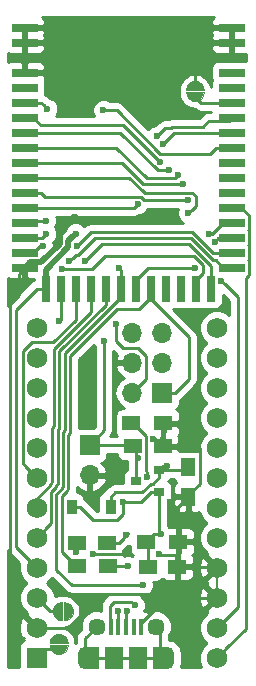
<source format=gbr>
G04 #@! TF.FileFunction,Copper,L1,Top,Signal*
%FSLAX46Y46*%
G04 Gerber Fmt 4.6, Leading zero omitted, Abs format (unit mm)*
G04 Created by KiCad (PCBNEW 4.0.7) date 06/14/18 18:00:22*
%MOMM*%
%LPD*%
G01*
G04 APERTURE LIST*
%ADD10C,0.100000*%
%ADD11C,0.010000*%
%ADD12R,1.752600X1.752600*%
%ADD13C,1.752600*%
%ADD14C,0.400000*%
%ADD15R,0.720000X2.200000*%
%ADD16R,2.200000X0.720000*%
%ADD17R,1.500000X1.900000*%
%ADD18C,1.450000*%
%ADD19R,0.400000X1.350000*%
%ADD20O,1.200000X1.900000*%
%ADD21R,1.200000X1.900000*%
%ADD22R,0.900000X0.800000*%
%ADD23R,1.250000X1.500000*%
%ADD24R,1.500000X1.250000*%
%ADD25R,1.700000X1.700000*%
%ADD26O,1.700000X1.700000*%
%ADD27R,1.500000X1.300000*%
%ADD28R,0.900000X1.200000*%
%ADD29C,0.600000*%
%ADD30C,0.250000*%
%ADD31C,0.500000*%
%ADD32C,0.200000*%
%ADD33C,0.254000*%
G04 APERTURE END LIST*
D10*
D11*
G36*
X114251040Y-104288260D02*
X114296240Y-104544760D01*
X114426540Y-104770360D01*
X114626040Y-104937760D01*
X114870840Y-105026860D01*
X115131240Y-105026860D01*
X115376040Y-104937760D01*
X115575540Y-104770360D01*
X115705840Y-104544760D01*
X115751040Y-104288260D01*
X114251040Y-104288260D01*
X114251040Y-104288260D01*
G37*
X114251040Y-104288260D02*
X114296240Y-104544760D01*
X114426540Y-104770360D01*
X114626040Y-104937760D01*
X114870840Y-105026860D01*
X115131240Y-105026860D01*
X115376040Y-104937760D01*
X115575540Y-104770360D01*
X115705840Y-104544760D01*
X115751040Y-104288260D01*
X114251040Y-104288260D01*
G36*
X115751040Y-104088260D02*
X115705840Y-103831760D01*
X115575540Y-103606160D01*
X115376040Y-103438760D01*
X115131240Y-103349660D01*
X114870840Y-103349660D01*
X114626040Y-103438760D01*
X114426540Y-103606160D01*
X114296240Y-103831760D01*
X114251040Y-104088260D01*
X115751040Y-104088260D01*
X115751040Y-104088260D01*
G37*
X115751040Y-104088260D02*
X115705840Y-103831760D01*
X115575540Y-103606160D01*
X115376040Y-103438760D01*
X115131240Y-103349660D01*
X114870840Y-103349660D01*
X114626040Y-103438760D01*
X114426540Y-103606160D01*
X114296240Y-103831760D01*
X114251040Y-104088260D01*
X115751040Y-104088260D01*
G36*
X103700000Y-147460000D02*
X103443500Y-147505200D01*
X103217900Y-147635500D01*
X103050500Y-147835000D01*
X102961400Y-148079800D01*
X102961400Y-148340200D01*
X103050500Y-148585000D01*
X103217900Y-148784500D01*
X103443500Y-148914800D01*
X103700000Y-148960000D01*
X103700000Y-147460000D01*
X103700000Y-147460000D01*
G37*
X103700000Y-147460000D02*
X103443500Y-147505200D01*
X103217900Y-147635500D01*
X103050500Y-147835000D01*
X102961400Y-148079800D01*
X102961400Y-148340200D01*
X103050500Y-148585000D01*
X103217900Y-148784500D01*
X103443500Y-148914800D01*
X103700000Y-148960000D01*
X103700000Y-147460000D01*
G36*
X103900000Y-148960000D02*
X104156500Y-148914800D01*
X104382100Y-148784500D01*
X104549500Y-148585000D01*
X104638600Y-148340200D01*
X104638600Y-148079800D01*
X104549500Y-147835000D01*
X104382100Y-147635500D01*
X104156500Y-147505200D01*
X103900000Y-147460000D01*
X103900000Y-148960000D01*
X103900000Y-148960000D01*
G37*
X103900000Y-148960000D02*
X104156500Y-148914800D01*
X104382100Y-148784500D01*
X104549500Y-148585000D01*
X104638600Y-148340200D01*
X104638600Y-148079800D01*
X104549500Y-147835000D01*
X104382100Y-147635500D01*
X104156500Y-147505200D01*
X103900000Y-147460000D01*
X103900000Y-148960000D01*
G36*
X104220000Y-150880000D02*
X104174800Y-150623500D01*
X104044500Y-150397900D01*
X103845000Y-150230500D01*
X103600200Y-150141400D01*
X103339800Y-150141400D01*
X103095000Y-150230500D01*
X102895500Y-150397900D01*
X102765200Y-150623500D01*
X102720000Y-150880000D01*
X104220000Y-150880000D01*
X104220000Y-150880000D01*
G37*
X104220000Y-150880000D02*
X104174800Y-150623500D01*
X104044500Y-150397900D01*
X103845000Y-150230500D01*
X103600200Y-150141400D01*
X103339800Y-150141400D01*
X103095000Y-150230500D01*
X102895500Y-150397900D01*
X102765200Y-150623500D01*
X102720000Y-150880000D01*
X104220000Y-150880000D01*
G36*
X102720000Y-151080000D02*
X102765200Y-151336500D01*
X102895500Y-151562100D01*
X103095000Y-151729500D01*
X103339800Y-151818600D01*
X103600200Y-151818600D01*
X103845000Y-151729500D01*
X104044500Y-151562100D01*
X104174800Y-151336500D01*
X104220000Y-151080000D01*
X102720000Y-151080000D01*
X102720000Y-151080000D01*
G37*
X102720000Y-151080000D02*
X102765200Y-151336500D01*
X102895500Y-151562100D01*
X103095000Y-151729500D01*
X103339800Y-151818600D01*
X103600200Y-151818600D01*
X103845000Y-151729500D01*
X104044500Y-151562100D01*
X104174800Y-151336500D01*
X104220000Y-151080000D01*
X102720000Y-151080000D01*
D12*
X101600000Y-152146000D03*
D13*
X101600000Y-149606000D03*
X101600000Y-147066000D03*
X101600000Y-144526000D03*
X101600000Y-141986000D03*
X101600000Y-139446000D03*
X101600000Y-136906000D03*
X101600000Y-134366000D03*
X101600000Y-131826000D03*
X101600000Y-129286000D03*
X101600000Y-126746000D03*
X101600000Y-124206000D03*
X116840000Y-124206000D03*
X116840000Y-126746000D03*
X116840000Y-129286000D03*
X116840000Y-131826000D03*
X116840000Y-134366000D03*
X116840000Y-136906000D03*
X116840000Y-139446000D03*
X116840000Y-141986000D03*
X116840000Y-144526000D03*
X116840000Y-147066000D03*
X116840000Y-149606000D03*
X116840000Y-152146000D03*
D14*
X115001040Y-103738260D03*
X115001040Y-104638260D03*
X115001040Y-104638260D03*
X115001040Y-103738260D03*
D15*
X116332000Y-120904000D03*
X115062000Y-120904000D03*
X113792000Y-120904000D03*
X112522000Y-120904000D03*
X111252000Y-120904000D03*
X109982000Y-120904000D03*
X108712000Y-120904000D03*
X107442000Y-120904000D03*
X106172000Y-120904000D03*
X104902000Y-120904000D03*
X103632000Y-120904000D03*
X102362000Y-120904000D03*
D16*
X118110000Y-119126000D03*
X118110000Y-117856000D03*
X118110000Y-116586000D03*
X118110000Y-115316000D03*
X118110000Y-114046000D03*
X118110000Y-112776000D03*
X118110000Y-111506000D03*
X118110000Y-110236000D03*
X118110000Y-108966000D03*
X118110000Y-107696000D03*
X118110000Y-106426000D03*
X118110000Y-105156000D03*
X118110000Y-103886000D03*
X118110000Y-102616000D03*
X118110000Y-100076000D03*
X118110000Y-98806000D03*
X100584000Y-98806000D03*
X100584000Y-100076000D03*
X100584000Y-102616000D03*
X100584000Y-103886000D03*
X100584000Y-105156000D03*
X100584000Y-106426000D03*
X100584000Y-107696000D03*
X100584000Y-108966000D03*
X100584000Y-110236000D03*
X100584000Y-111506000D03*
X100584000Y-112776000D03*
X100584000Y-114046000D03*
X100584000Y-115316000D03*
X100584000Y-116586000D03*
X100584000Y-117856000D03*
X100584000Y-119126000D03*
D17*
X110169200Y-152208980D03*
D18*
X106669200Y-149508980D03*
D19*
X108519200Y-149508980D03*
X107869200Y-149508980D03*
X110469200Y-149508980D03*
X109819200Y-149508980D03*
X109169200Y-149508980D03*
D18*
X111669200Y-149508980D03*
D17*
X108169200Y-152208980D03*
D20*
X105669200Y-152208980D03*
X112669200Y-152208980D03*
D21*
X112069200Y-152208980D03*
X106269200Y-152208980D03*
D22*
X111973360Y-138132820D03*
X111973360Y-136232820D03*
X109973360Y-137182820D03*
D23*
X114434620Y-136011280D03*
X114434620Y-138511280D03*
D24*
X109752760Y-134246620D03*
X112252760Y-134246620D03*
D25*
X106072940Y-134167880D03*
D26*
X106072940Y-136707880D03*
D27*
X110890060Y-142333980D03*
X113590060Y-142333980D03*
X109617520Y-132308600D03*
X112317520Y-132308600D03*
D24*
X111004980Y-144432020D03*
X113504980Y-144432020D03*
D27*
X104970600Y-144409160D03*
X107670600Y-144409160D03*
D24*
X105028360Y-142402560D03*
X107528360Y-142402560D03*
D25*
X112229900Y-129715260D03*
D26*
X109689900Y-129715260D03*
X112229900Y-127175260D03*
X109689900Y-127175260D03*
X112229900Y-124635260D03*
X109689900Y-124635260D03*
D14*
X104250000Y-148210000D03*
X103350000Y-148210000D03*
X103350000Y-148210000D03*
X104250000Y-148210000D03*
D28*
X107850000Y-139360000D03*
X104550000Y-139360000D03*
D14*
X103470000Y-151430000D03*
X103470000Y-150530000D03*
X103470000Y-150530000D03*
X103470000Y-151430000D03*
D29*
X106350000Y-143390000D03*
X109450000Y-143330000D03*
X111972968Y-143357040D03*
X105400000Y-129710000D03*
X104815640Y-114808000D03*
X105775760Y-105806484D03*
X101036120Y-120291860D03*
X112882680Y-138930380D03*
X111452771Y-133596380D03*
X103124000Y-100076000D03*
X102362000Y-100076000D03*
X109474000Y-100076000D03*
X116078000Y-100076000D03*
X116078000Y-98806000D03*
X109474000Y-98806000D03*
X103124000Y-98806000D03*
X102362000Y-98806000D03*
X102351840Y-115133120D03*
X102144164Y-117310340D03*
X104889300Y-116235480D03*
X111757460Y-108003340D03*
X107246420Y-105791000D03*
X112274185Y-108658339D03*
X102402640Y-116265960D03*
X105671708Y-118579336D03*
X103740379Y-119196281D03*
X108567220Y-119136330D03*
X108313220Y-123855480D03*
X110568164Y-146007023D03*
X103525320Y-123639580D03*
X104365728Y-118588588D03*
X105008691Y-117248951D03*
X116682210Y-116926346D03*
X116220410Y-116273078D03*
X112024560Y-110153001D03*
X112760760Y-110881160D03*
X113570969Y-111272954D03*
X113988612Y-112063856D03*
X114438623Y-114513360D03*
X114438623Y-113392642D03*
X117224186Y-120241060D03*
X115008660Y-119156480D03*
X102486460Y-105666540D03*
X108460000Y-148230000D03*
X108892184Y-138955728D03*
X109902325Y-147717229D03*
X112118140Y-141678660D03*
X109271888Y-148209742D03*
X112615980Y-135895080D03*
X107294680Y-125310900D03*
X110202751Y-135203616D03*
X110923364Y-136883375D03*
X104940000Y-143230000D03*
X109190049Y-141777720D03*
X109304969Y-144416780D03*
X110149810Y-113746280D03*
D30*
X101600000Y-149606000D02*
X104259380Y-149606000D01*
X104259380Y-149606000D02*
X107101640Y-146763740D01*
X107101640Y-146763740D02*
X112273080Y-146763740D01*
X112273080Y-146763740D02*
X112575340Y-147066000D01*
X109450000Y-143330000D02*
X109025736Y-143330000D01*
X109025736Y-143330000D02*
X108965736Y-143390000D01*
X108965736Y-143390000D02*
X106350000Y-143390000D01*
X113404040Y-143420000D02*
X112035928Y-143420000D01*
X112035928Y-143420000D02*
X111972968Y-143357040D01*
X113590060Y-142333980D02*
X113590060Y-143233980D01*
X113590060Y-143233980D02*
X113404040Y-143420000D01*
D31*
X103545640Y-116055140D02*
X104792780Y-114808000D01*
X104792780Y-114808000D02*
X104815640Y-114808000D01*
X103545640Y-117119400D02*
X103545640Y-116055140D01*
X101999039Y-118666001D02*
X103545640Y-117119400D01*
X101043999Y-118666001D02*
X101999039Y-118666001D01*
X100584000Y-119126000D02*
X101043999Y-118666001D01*
D30*
X109474000Y-100076000D02*
X108061760Y-100076000D01*
X108061760Y-100076000D02*
X105923080Y-102214680D01*
X105923080Y-102214680D02*
X105923080Y-105659164D01*
X105923080Y-105659164D02*
X105775760Y-105806484D01*
X100584000Y-119126000D02*
X100584000Y-119839740D01*
X100584000Y-119839740D02*
X101036120Y-120291860D01*
X113590060Y-139355840D02*
X113308140Y-139355840D01*
X113308140Y-139355840D02*
X112882680Y-138930380D01*
X111452771Y-133596380D02*
X111602520Y-133596380D01*
X111602520Y-133596380D02*
X112252760Y-134246620D01*
X112317520Y-132308600D02*
X112317520Y-134181860D01*
X112317520Y-134181860D02*
X112252760Y-134246620D01*
X112317520Y-132308600D02*
X113317520Y-132308600D01*
X113317520Y-132308600D02*
X115384621Y-134375701D01*
X114434620Y-138386280D02*
X114434620Y-138511280D01*
X115384621Y-134375701D02*
X115384621Y-137436279D01*
X115384621Y-137436279D02*
X114434620Y-138386280D01*
X113590060Y-142333980D02*
X113590060Y-139355840D01*
X113590060Y-139355840D02*
X114434620Y-138511280D01*
X113504980Y-144432020D02*
X116746020Y-144432020D01*
X116746020Y-144432020D02*
X116840000Y-144526000D01*
X113590060Y-142333980D02*
X113590060Y-144346940D01*
X113590060Y-144346940D02*
X113504980Y-144432020D01*
X110469200Y-149508980D02*
X110469200Y-149172140D01*
X110469200Y-149172140D02*
X112575340Y-147066000D01*
X115600725Y-147066000D02*
X116840000Y-147066000D01*
X112575340Y-147066000D02*
X115600725Y-147066000D01*
X115001040Y-103738260D02*
X115001040Y-101152960D01*
X115001040Y-101152960D02*
X116078000Y-100076000D01*
X116467500Y-144153500D02*
X116840000Y-144526000D01*
X100584000Y-100076000D02*
X102362000Y-100076000D01*
X109474000Y-100076000D02*
X103124000Y-100076000D01*
X118110000Y-100076000D02*
X116078000Y-100076000D01*
X116078000Y-98806000D02*
X118110000Y-98806000D01*
X103124000Y-98806000D02*
X109474000Y-98806000D01*
X100584000Y-98806000D02*
X102362000Y-98806000D01*
X100584000Y-119126000D02*
X100076000Y-119634000D01*
X100076000Y-119634000D02*
X100076000Y-121412000D01*
X99314000Y-147320000D02*
X101600000Y-149606000D01*
X100076000Y-121412000D02*
X99314000Y-122174000D01*
X99314000Y-122174000D02*
X99314000Y-147320000D01*
X100584000Y-100076000D02*
X100584000Y-102616000D01*
X100584000Y-98806000D02*
X100584000Y-100076000D01*
X118110000Y-100076000D02*
X118110000Y-98806000D01*
X117370000Y-100076000D02*
X118110000Y-100076000D01*
D32*
X116395500Y-144081500D02*
X116840000Y-144526000D01*
X116840000Y-147066000D02*
X116840000Y-145826725D01*
X116840000Y-145826725D02*
X116840000Y-144526000D01*
D30*
X102351840Y-115133120D02*
X100766880Y-115133120D01*
X100766880Y-115133120D02*
X100584000Y-115316000D01*
X100584000Y-115316000D02*
X101324000Y-115316000D01*
X100584000Y-117856000D02*
X101324000Y-117856000D01*
X101934000Y-117246000D02*
X102079824Y-117246000D01*
X101324000Y-117856000D02*
X101934000Y-117246000D01*
X102079824Y-117246000D02*
X102144164Y-117310340D01*
D31*
X104245651Y-116879129D02*
X104589301Y-116535479D01*
X104245651Y-117409354D02*
X104245651Y-116879129D01*
X102362000Y-120904000D02*
X102362000Y-119293005D01*
X104589301Y-116535479D02*
X104889300Y-116235480D01*
X102362000Y-119293005D02*
X104245651Y-117409354D01*
D30*
X101600000Y-144526000D02*
X99822000Y-142748000D01*
X99822000Y-142748000D02*
X99822000Y-122682000D01*
X99822000Y-122682000D02*
X101600000Y-120904000D01*
X101600000Y-120904000D02*
X101854000Y-120904000D01*
X101854000Y-120904000D02*
X102362000Y-120904000D01*
X102362000Y-120904000D02*
X102362000Y-120164000D01*
X118110000Y-106426000D02*
X117858540Y-106677460D01*
X117858540Y-106677460D02*
X116197380Y-106677460D01*
X116197380Y-106677460D02*
X115798600Y-107076240D01*
X115798600Y-107076240D02*
X115798600Y-107109260D01*
X115798600Y-107109260D02*
X115661870Y-107245990D01*
X115661870Y-107245990D02*
X113050124Y-107245990D01*
X113050124Y-107245990D02*
X112993814Y-107302300D01*
X112993814Y-107302300D02*
X112458500Y-107302300D01*
X112458500Y-107302300D02*
X112057459Y-107703341D01*
X112057459Y-107703341D02*
X111757460Y-108003340D01*
X103350000Y-148210000D02*
X102744000Y-148210000D01*
X102744000Y-148210000D02*
X101600000Y-147066000D01*
X101600000Y-147066000D02*
X101838340Y-147066000D01*
X108379344Y-105791000D02*
X107670684Y-105791000D01*
X112047265Y-109458921D02*
X108379344Y-105791000D01*
X116267079Y-109458921D02*
X112047265Y-109458921D01*
X116760000Y-108966000D02*
X116267079Y-109458921D01*
X118110000Y-108966000D02*
X116760000Y-108966000D01*
X107670684Y-105791000D02*
X107246420Y-105791000D01*
D32*
X101926000Y-146740000D02*
X101600000Y-147066000D01*
D30*
X112574184Y-108358340D02*
X112274185Y-108658339D01*
X118110000Y-107696000D02*
X113236524Y-107696000D01*
X113236524Y-107696000D02*
X112574184Y-108358340D01*
X100584000Y-116586000D02*
X102082600Y-116586000D01*
X102082600Y-116586000D02*
X102402640Y-116265960D01*
X100584000Y-116586000D02*
X101324000Y-116586000D01*
X116332000Y-120904000D02*
X116332000Y-118946347D01*
X107161479Y-117089565D02*
X105971707Y-118279337D01*
X105971707Y-118279337D02*
X105671708Y-118579336D01*
X114475218Y-117089565D02*
X107161479Y-117089565D01*
X116332000Y-118946347D02*
X114475218Y-117089565D01*
X116332000Y-120904000D02*
X116332000Y-121644000D01*
X104164643Y-119196281D02*
X103740379Y-119196281D01*
X115672000Y-118922758D02*
X114887182Y-118137940D01*
X115672000Y-119554000D02*
X115672000Y-118922758D01*
X115062000Y-120904000D02*
X115062000Y-120164000D01*
X106311981Y-119225221D02*
X104193583Y-119225221D01*
X114887182Y-118137940D02*
X107399262Y-118137940D01*
X104193583Y-119225221D02*
X104164643Y-119196281D01*
X115062000Y-120164000D02*
X115672000Y-119554000D01*
X107399262Y-118137940D02*
X106311981Y-119225221D01*
X115062000Y-120904000D02*
X115062000Y-121644000D01*
X111252000Y-120904000D02*
X111252000Y-121644000D01*
X104151334Y-138041825D02*
X103710000Y-138483159D01*
X111252000Y-121644000D02*
X110285120Y-122610880D01*
X110285120Y-122610880D02*
X108394500Y-122610880D01*
X108394500Y-122610880D02*
X104424480Y-126580900D01*
X104267000Y-133252143D02*
X104267000Y-137825480D01*
X104424480Y-126580900D02*
X104424480Y-133094663D01*
X104424480Y-133094663D02*
X104267000Y-133252143D01*
X103710000Y-143190000D02*
X104929160Y-144409160D01*
X104267000Y-137825480D02*
X104151334Y-137941146D01*
X104151334Y-137941146D02*
X104151334Y-138041825D01*
X103710000Y-138483159D02*
X103710000Y-143190000D01*
X104929160Y-144409160D02*
X104970600Y-144409160D01*
X111252000Y-120904000D02*
X111252000Y-121795540D01*
X111252000Y-121795540D02*
X114490500Y-125034040D01*
X114490500Y-125034040D02*
X114490500Y-128554660D01*
X114490500Y-128554660D02*
X113329900Y-129715260D01*
X113329900Y-129715260D02*
X112229900Y-129715260D01*
X104583461Y-146007023D02*
X110143900Y-146007023D01*
X103816984Y-137626388D02*
X103701323Y-137742048D01*
X108712000Y-120904000D02*
X108712000Y-121644000D01*
X110143900Y-146007023D02*
X110568164Y-146007023D01*
X103974469Y-126381531D02*
X103974469Y-132908263D01*
X103701323Y-137855425D02*
X103259989Y-138296759D01*
X103259989Y-138296759D02*
X103259989Y-144683551D01*
X103974469Y-132908263D02*
X103816989Y-133065743D01*
X108712000Y-121644000D02*
X103974469Y-126381531D01*
X103816989Y-133065743D02*
X103816989Y-136893486D01*
X103259989Y-144683551D02*
X104583461Y-146007023D01*
X103816989Y-136893486D02*
X103816984Y-137626388D01*
X103701323Y-137742048D02*
X103701323Y-137855425D01*
X108712000Y-119281110D02*
X108567220Y-119136330D01*
X108712000Y-120904000D02*
X108712000Y-119281110D01*
X108912660Y-125948440D02*
X110202082Y-125948440D01*
X110202082Y-125948440D02*
X110864901Y-126611259D01*
X110864901Y-126611259D02*
X110864901Y-128540259D01*
X110864901Y-128540259D02*
X110539899Y-128865261D01*
X110539899Y-128865261D02*
X109689900Y-129715260D01*
X108313220Y-125349000D02*
X108912660Y-125948440D01*
X108313220Y-123855480D02*
X108313220Y-125349000D01*
X108712000Y-120904000D02*
X108712000Y-120164000D01*
X102476299Y-141109701D02*
X101600000Y-141986000D01*
X102809978Y-138110359D02*
X102809978Y-140776022D01*
X102809978Y-140776022D02*
X102476299Y-141109701D01*
X103366975Y-137439985D02*
X103251312Y-137555648D01*
X103251312Y-137555648D02*
X103251312Y-137669025D01*
X103366978Y-132879343D02*
X103366975Y-137439985D01*
X103524458Y-132721863D02*
X103366978Y-132879343D01*
X107442000Y-122254000D02*
X103524458Y-126171542D01*
X103251312Y-137669025D02*
X102809978Y-138110359D01*
X103524458Y-126171542D02*
X103524458Y-132721863D01*
X107442000Y-120904000D02*
X107442000Y-122254000D01*
X102801301Y-137482625D02*
X101600000Y-138683926D01*
X106172000Y-122887589D02*
X103074447Y-125985142D01*
X102916967Y-132692943D02*
X102916965Y-137253583D01*
X101600000Y-138683926D02*
X101600000Y-139446000D01*
X102801301Y-137369248D02*
X102801301Y-137482625D01*
X106172000Y-120904000D02*
X106172000Y-122887589D01*
X103074447Y-132535463D02*
X102916967Y-132692943D01*
X102916965Y-137253583D02*
X102801301Y-137369248D01*
X103074447Y-125985142D02*
X103074447Y-132535463D01*
X104902000Y-120904000D02*
X104902000Y-123521178D01*
X104902000Y-123521178D02*
X103015877Y-125407301D01*
X103015877Y-125407301D02*
X101160773Y-125407301D01*
X101160773Y-125407301D02*
X100398699Y-126169375D01*
X100723701Y-136029701D02*
X101600000Y-136906000D01*
X100398699Y-126169375D02*
X100398699Y-135704699D01*
X100398699Y-135704699D02*
X100723701Y-136029701D01*
X103632000Y-120904000D02*
X103632000Y-123532900D01*
X103632000Y-123532900D02*
X103525320Y-123639580D01*
X103632000Y-120904000D02*
X103632000Y-121644000D01*
X105089798Y-118051742D02*
X104902574Y-118051742D01*
X116538064Y-118516000D02*
X114651244Y-116629180D01*
X114651244Y-116629180D02*
X106512360Y-116629180D01*
X117370000Y-119126000D02*
X116760000Y-118516000D01*
X116760000Y-118516000D02*
X116538064Y-118516000D01*
X104665727Y-118288589D02*
X104365728Y-118588588D01*
X104902574Y-118051742D02*
X104665727Y-118288589D01*
X106512360Y-116629180D02*
X105089798Y-118051742D01*
X118110000Y-119126000D02*
X117370000Y-119126000D01*
X105308690Y-116948952D02*
X105008691Y-117248951D01*
X106156782Y-116100860D02*
X105308690Y-116948952D01*
X116514474Y-117856000D02*
X114759334Y-116100860D01*
X114759334Y-116100860D02*
X106156782Y-116100860D01*
X118110000Y-117856000D02*
X116514474Y-117856000D01*
X101600000Y-129286000D02*
X102011480Y-128874520D01*
X117022556Y-116586000D02*
X116982209Y-116626347D01*
X116982209Y-116626347D02*
X116682210Y-116926346D01*
X118110000Y-116586000D02*
X117022556Y-116586000D01*
X116412922Y-116273078D02*
X116220410Y-116273078D01*
X118110000Y-115316000D02*
X117370000Y-115316000D01*
X117370000Y-115316000D02*
X116412922Y-116273078D01*
X111724561Y-109853002D02*
X112024560Y-110153001D01*
X108907559Y-107036000D02*
X111724561Y-109853002D01*
X101934000Y-107036000D02*
X108907559Y-107036000D01*
X100584000Y-106426000D02*
X101324000Y-106426000D01*
X101324000Y-106426000D02*
X101934000Y-107036000D01*
X100584000Y-107696000D02*
X108650596Y-107696000D01*
X108650596Y-107696000D02*
X111835756Y-110881160D01*
X111835756Y-110881160D02*
X112336496Y-110881160D01*
X112336496Y-110881160D02*
X112760760Y-110881160D01*
X108294996Y-108966000D02*
X110901949Y-111572953D01*
X113270970Y-111572953D02*
X113570969Y-111272954D01*
X100584000Y-108966000D02*
X108294996Y-108966000D01*
X110901949Y-111572953D02*
X113270970Y-111572953D01*
X100584000Y-110236000D02*
X108802996Y-110236000D01*
X108802996Y-110236000D02*
X110630852Y-112063856D01*
X110630852Y-112063856D02*
X113564348Y-112063856D01*
X113564348Y-112063856D02*
X113988612Y-112063856D01*
X115063625Y-113888358D02*
X114738622Y-114213361D01*
X115063625Y-113092640D02*
X115063625Y-113888358D01*
X110732582Y-112767640D02*
X114738625Y-112767640D01*
X110636212Y-112671270D02*
X110732582Y-112767640D01*
X109417465Y-111506000D02*
X110582733Y-112671268D01*
X100584000Y-111506000D02*
X109417465Y-111506000D01*
X110582733Y-112671268D02*
X110636212Y-112671270D01*
X114738622Y-114213361D02*
X114438623Y-114513360D01*
X114738625Y-112767640D02*
X115063625Y-113092640D01*
X110449811Y-113121279D02*
X110721174Y-113392642D01*
X101934000Y-112776000D02*
X102279279Y-113121279D01*
X102279279Y-113121279D02*
X110449811Y-113121279D01*
X114014359Y-113392642D02*
X114438623Y-113392642D01*
X100584000Y-112776000D02*
X101934000Y-112776000D01*
X110721174Y-113392642D02*
X114014359Y-113392642D01*
X115001040Y-104638260D02*
X115518780Y-105156000D01*
X115518780Y-105156000D02*
X118110000Y-105156000D01*
X117524185Y-120541059D02*
X117224186Y-120241060D01*
X118629989Y-121646863D02*
X117524185Y-120541059D01*
X116840000Y-149606000D02*
X118629989Y-147816011D01*
X118629989Y-147816011D02*
X118629989Y-121646863D01*
X114584396Y-119156480D02*
X115008660Y-119156480D01*
X109982000Y-120164000D02*
X110989520Y-119156480D01*
X109982000Y-120904000D02*
X109982000Y-120164000D01*
X110989520Y-119156480D02*
X114584396Y-119156480D01*
X118110000Y-114046000D02*
X118926000Y-114046000D01*
X119470001Y-114590001D02*
X119470001Y-114630999D01*
X118926000Y-114046000D02*
X119470001Y-114590001D01*
X119470001Y-114630999D02*
X119535001Y-114695999D01*
X119535001Y-114695999D02*
X119535001Y-115936001D01*
X119535001Y-115936001D02*
X119520002Y-115951000D01*
X119535001Y-119746001D02*
X119280000Y-120001002D01*
X119520002Y-118491000D02*
X119535001Y-118505999D01*
X119535001Y-117235999D02*
X119535001Y-118476001D01*
X119520002Y-115951000D02*
X119535001Y-115965999D01*
X119280000Y-149706000D02*
X117716299Y-151269701D01*
X119535001Y-118505999D02*
X119535001Y-119746001D01*
X119535001Y-117206001D02*
X119520002Y-117221000D01*
X119535001Y-115965999D02*
X119535001Y-117206001D01*
X119280000Y-120001002D02*
X119280000Y-149706000D01*
X119520002Y-117221000D02*
X119535001Y-117235999D01*
X119535001Y-118476001D02*
X119520002Y-118491000D01*
X117716299Y-151269701D02*
X116840000Y-152146000D01*
X100584000Y-105156000D02*
X101975920Y-105156000D01*
X101975920Y-105156000D02*
X102186461Y-105366541D01*
X102186461Y-105366541D02*
X102486460Y-105666540D01*
X112069200Y-152208980D02*
X112069200Y-149908980D01*
X112069200Y-149908980D02*
X111669200Y-149508980D01*
X110169200Y-152208980D02*
X112669200Y-152208980D01*
X108169200Y-152208980D02*
X110169200Y-152208980D01*
X108169200Y-152208980D02*
X105669200Y-152208980D01*
X106669200Y-149508980D02*
X105669200Y-150508980D01*
X105669200Y-150508980D02*
X105669200Y-152208980D01*
X108519200Y-148289200D02*
X108460000Y-148230000D01*
X108519200Y-149508980D02*
X108519200Y-148289200D01*
X109316448Y-138955728D02*
X108892184Y-138955728D01*
X110450452Y-138955728D02*
X109316448Y-138955728D01*
X108892184Y-139379992D02*
X108892184Y-138955728D01*
X108385002Y-140460000D02*
X108892184Y-139952818D01*
X106350000Y-140460000D02*
X108385002Y-140460000D01*
X104550000Y-139360000D02*
X105250000Y-139360000D01*
X108892184Y-139952818D02*
X108892184Y-139379992D01*
X111273360Y-138132820D02*
X110450452Y-138955728D01*
X105250000Y-139360000D02*
X106350000Y-140460000D01*
X111973360Y-138132820D02*
X111273360Y-138132820D01*
X107869200Y-149508980D02*
X107869200Y-149033980D01*
X107869200Y-149033980D02*
X107770000Y-148934780D01*
X107770000Y-147760000D02*
X108112770Y-147417230D01*
X107770000Y-148934780D02*
X107770000Y-147760000D01*
X108112770Y-147417230D02*
X109602326Y-147417230D01*
X109602326Y-147417230D02*
X109902325Y-147717229D01*
X111973360Y-138132820D02*
X111973360Y-141533880D01*
X111973360Y-141533880D02*
X112118140Y-141678660D01*
X112118140Y-141678660D02*
X111545380Y-141678660D01*
X111545380Y-141678660D02*
X110890060Y-142333980D01*
X111004980Y-144432020D02*
X111004980Y-142448900D01*
X111004980Y-142448900D02*
X110890060Y-142333980D01*
X109169200Y-149508980D02*
X109169200Y-148312430D01*
X109169200Y-148312430D02*
X109271888Y-148209742D01*
X107850000Y-139360000D02*
X107850000Y-138510000D01*
X107850000Y-138510000D02*
X108240000Y-138120000D01*
X108240000Y-138120000D02*
X110551178Y-138120000D01*
X110551178Y-138120000D02*
X111263359Y-137407819D01*
X111263359Y-137407819D02*
X111448361Y-137407819D01*
X111448361Y-137407819D02*
X111973360Y-136882820D01*
X111973360Y-136882820D02*
X111973360Y-136232820D01*
X112615980Y-135895080D02*
X112311100Y-135895080D01*
X112311100Y-135895080D02*
X111973360Y-136232820D01*
X111973360Y-136232820D02*
X111923360Y-136232820D01*
X111973360Y-136232820D02*
X114213080Y-136232820D01*
X114213080Y-136232820D02*
X114434620Y-136011280D01*
X107294680Y-125310900D02*
X107294680Y-132885180D01*
X107294680Y-132885180D02*
X106072940Y-134106920D01*
X106072940Y-134106920D02*
X106072940Y-134167880D01*
X106072940Y-134167880D02*
X109674020Y-134167880D01*
X109674020Y-134167880D02*
X109752760Y-134246620D01*
X109973360Y-135433007D02*
X110202751Y-135203616D01*
X109973360Y-137182820D02*
X109973360Y-135433007D01*
X109973360Y-137182820D02*
X109973360Y-134467220D01*
X109973360Y-134467220D02*
X109752760Y-134246620D01*
X110923364Y-136459111D02*
X110923364Y-136883375D01*
X110827761Y-133418841D02*
X110827761Y-136363508D01*
X110827761Y-136363508D02*
X110923364Y-136459111D01*
X109717520Y-132308600D02*
X110827761Y-133418841D01*
X109617520Y-132308600D02*
X109717520Y-132308600D01*
X109617520Y-132308600D02*
X109517520Y-132308600D01*
X104940000Y-142805736D02*
X104940000Y-143230000D01*
X104940000Y-142490920D02*
X104940000Y-142805736D01*
X105028360Y-142402560D02*
X104940000Y-142490920D01*
X107528360Y-142402560D02*
X108565209Y-142402560D01*
X108890050Y-142077719D02*
X109190049Y-141777720D01*
X109332082Y-141635687D02*
X109190049Y-141777720D01*
X109332082Y-141615160D02*
X109332082Y-141635687D01*
X108565209Y-142402560D02*
X108890050Y-142077719D01*
X109297349Y-144409160D02*
X109304969Y-144416780D01*
X107670600Y-144409160D02*
X109297349Y-144409160D01*
X109850090Y-114046000D02*
X110149810Y-113746280D01*
X100584000Y-114046000D02*
X109850090Y-114046000D01*
X103470000Y-151430000D02*
X102316000Y-151430000D01*
X102316000Y-151430000D02*
X101600000Y-152146000D01*
D33*
G36*
X99284599Y-143285401D02*
X100128367Y-144129169D01*
X100088963Y-144224065D01*
X100088438Y-144825297D01*
X100318035Y-145380964D01*
X100732698Y-145796351D01*
X100319529Y-146208800D01*
X100088963Y-146764065D01*
X100088438Y-147365297D01*
X100318035Y-147920964D01*
X100742800Y-148346471D01*
X100776592Y-148360503D01*
X100716604Y-148542999D01*
X101600000Y-149426395D01*
X101614143Y-149412253D01*
X101793748Y-149591858D01*
X101779605Y-149606000D01*
X101793748Y-149620143D01*
X101614143Y-149799748D01*
X101600000Y-149785605D01*
X101585858Y-149799748D01*
X101406253Y-149620143D01*
X101420395Y-149606000D01*
X100536999Y-148722604D01*
X100282973Y-148806104D01*
X100077118Y-149370997D01*
X100103109Y-149971668D01*
X100282973Y-150405896D01*
X100536997Y-150489395D01*
X100422369Y-150604023D01*
X100486254Y-150667908D01*
X100272259Y-150805610D01*
X100127269Y-151017810D01*
X100076260Y-151269700D01*
X100076260Y-152960000D01*
X99135000Y-152960000D01*
X99135000Y-143061510D01*
X99284599Y-143285401D01*
X99284599Y-143285401D01*
G37*
X99284599Y-143285401D02*
X100128367Y-144129169D01*
X100088963Y-144224065D01*
X100088438Y-144825297D01*
X100318035Y-145380964D01*
X100732698Y-145796351D01*
X100319529Y-146208800D01*
X100088963Y-146764065D01*
X100088438Y-147365297D01*
X100318035Y-147920964D01*
X100742800Y-148346471D01*
X100776592Y-148360503D01*
X100716604Y-148542999D01*
X101600000Y-149426395D01*
X101614143Y-149412253D01*
X101793748Y-149591858D01*
X101779605Y-149606000D01*
X101793748Y-149620143D01*
X101614143Y-149799748D01*
X101600000Y-149785605D01*
X101585858Y-149799748D01*
X101406253Y-149620143D01*
X101420395Y-149606000D01*
X100536999Y-148722604D01*
X100282973Y-148806104D01*
X100077118Y-149370997D01*
X100103109Y-149971668D01*
X100282973Y-150405896D01*
X100536997Y-150489395D01*
X100422369Y-150604023D01*
X100486254Y-150667908D01*
X100272259Y-150805610D01*
X100127269Y-151017810D01*
X100076260Y-151269700D01*
X100076260Y-152960000D01*
X99135000Y-152960000D01*
X99135000Y-143061510D01*
X99284599Y-143285401D01*
G36*
X113206458Y-136996597D02*
X113345530Y-137212721D01*
X113413626Y-137259249D01*
X113271293Y-137401582D01*
X113174620Y-137634971D01*
X113174620Y-138225530D01*
X113333370Y-138384280D01*
X114307620Y-138384280D01*
X114307620Y-138364280D01*
X114561620Y-138364280D01*
X114561620Y-138384280D01*
X114581620Y-138384280D01*
X114581620Y-138638280D01*
X114561620Y-138638280D01*
X114561620Y-139737530D01*
X114720370Y-139896280D01*
X115185930Y-139896280D01*
X115360880Y-139823813D01*
X115558035Y-140300964D01*
X115972698Y-140716351D01*
X115559529Y-141128800D01*
X115328963Y-141684065D01*
X115328438Y-142285297D01*
X115558035Y-142840964D01*
X115982800Y-143266471D01*
X116016592Y-143280503D01*
X115956604Y-143462999D01*
X116840000Y-144346395D01*
X116854143Y-144332253D01*
X117033748Y-144511858D01*
X117019605Y-144526000D01*
X117033748Y-144540143D01*
X116854143Y-144719748D01*
X116840000Y-144705605D01*
X115956604Y-145589001D01*
X116024646Y-145796000D01*
X115956604Y-146002999D01*
X116840000Y-146886395D01*
X116854143Y-146872253D01*
X117033748Y-147051858D01*
X117019605Y-147066000D01*
X117033748Y-147080143D01*
X116854143Y-147259748D01*
X116840000Y-147245605D01*
X115956604Y-148129001D01*
X116016447Y-148311056D01*
X115985036Y-148324035D01*
X115559529Y-148748800D01*
X115328963Y-149304065D01*
X115328438Y-149905297D01*
X115558035Y-150460964D01*
X115972698Y-150876351D01*
X115559529Y-151288800D01*
X115328963Y-151844065D01*
X115328438Y-152445297D01*
X115541109Y-152960000D01*
X113830609Y-152960000D01*
X113904200Y-152590032D01*
X113904200Y-151827928D01*
X113810191Y-151355314D01*
X113542477Y-150954651D01*
X113141814Y-150686937D01*
X112829200Y-150624754D01*
X112829200Y-150261772D01*
X113028963Y-149780688D01*
X113029436Y-149239646D01*
X112822824Y-148739608D01*
X112440584Y-148356700D01*
X111940908Y-148149217D01*
X111399866Y-148148744D01*
X111033407Y-148300162D01*
X111028898Y-148295653D01*
X110795509Y-148198980D01*
X110727950Y-148198980D01*
X110705270Y-148221660D01*
X110837163Y-147904028D01*
X110837487Y-147532062D01*
X110695442Y-147188286D01*
X110449506Y-146941920D01*
X110753331Y-146942185D01*
X111022427Y-146830997D01*
X115317118Y-146830997D01*
X115343109Y-147431668D01*
X115522973Y-147865896D01*
X115776999Y-147949396D01*
X116660395Y-147066000D01*
X115776999Y-146182604D01*
X115522973Y-146266104D01*
X115317118Y-146830997D01*
X111022427Y-146830997D01*
X111097107Y-146800140D01*
X111360356Y-146537350D01*
X111503002Y-146193822D01*
X111503326Y-145821856D01*
X111454819Y-145704460D01*
X111754980Y-145704460D01*
X111990297Y-145660182D01*
X112206421Y-145521110D01*
X112252949Y-145453014D01*
X112395282Y-145595347D01*
X112628671Y-145692020D01*
X113219230Y-145692020D01*
X113377980Y-145533270D01*
X113377980Y-144559020D01*
X113631980Y-144559020D01*
X113631980Y-145533270D01*
X113790730Y-145692020D01*
X114381289Y-145692020D01*
X114614678Y-145595347D01*
X114793307Y-145416719D01*
X114889980Y-145183330D01*
X114889980Y-144717770D01*
X114731230Y-144559020D01*
X113631980Y-144559020D01*
X113377980Y-144559020D01*
X113357980Y-144559020D01*
X113357980Y-144305020D01*
X113377980Y-144305020D01*
X113377980Y-143545310D01*
X113463060Y-143460230D01*
X113463060Y-143330770D01*
X113631980Y-143330770D01*
X113631980Y-144305020D01*
X114731230Y-144305020D01*
X114745253Y-144290997D01*
X115317118Y-144290997D01*
X115343109Y-144891668D01*
X115522973Y-145325896D01*
X115776999Y-145409396D01*
X116660395Y-144526000D01*
X115776999Y-143642604D01*
X115522973Y-143726104D01*
X115317118Y-144290997D01*
X114745253Y-144290997D01*
X114889980Y-144146270D01*
X114889980Y-143680710D01*
X114793307Y-143447321D01*
X114784026Y-143438040D01*
X114878387Y-143343679D01*
X114975060Y-143110290D01*
X114975060Y-142619730D01*
X114816310Y-142460980D01*
X113717060Y-142460980D01*
X113717060Y-143245690D01*
X113631980Y-143330770D01*
X113463060Y-143330770D01*
X113463060Y-142460980D01*
X113443060Y-142460980D01*
X113443060Y-142206980D01*
X113463060Y-142206980D01*
X113463060Y-141207730D01*
X113717060Y-141207730D01*
X113717060Y-142206980D01*
X114816310Y-142206980D01*
X114975060Y-142048230D01*
X114975060Y-141557670D01*
X114878387Y-141324281D01*
X114699758Y-141145653D01*
X114466369Y-141048980D01*
X113875810Y-141048980D01*
X113717060Y-141207730D01*
X113463060Y-141207730D01*
X113304310Y-141048980D01*
X112810696Y-141048980D01*
X112733360Y-140971509D01*
X112733360Y-139087925D01*
X112874801Y-138996910D01*
X113011373Y-138797030D01*
X113174620Y-138797030D01*
X113174620Y-139387589D01*
X113271293Y-139620978D01*
X113449921Y-139799607D01*
X113683310Y-139896280D01*
X114148870Y-139896280D01*
X114307620Y-139737530D01*
X114307620Y-138638280D01*
X113333370Y-138638280D01*
X113174620Y-138797030D01*
X113011373Y-138797030D01*
X113019791Y-138784710D01*
X113070800Y-138532820D01*
X113070800Y-137732820D01*
X113026522Y-137497503D01*
X112887450Y-137281379D01*
X112742277Y-137182187D01*
X112874801Y-137096910D01*
X112945923Y-136992820D01*
X113205747Y-136992820D01*
X113206458Y-136996597D01*
X113206458Y-136996597D01*
G37*
X113206458Y-136996597D02*
X113345530Y-137212721D01*
X113413626Y-137259249D01*
X113271293Y-137401582D01*
X113174620Y-137634971D01*
X113174620Y-138225530D01*
X113333370Y-138384280D01*
X114307620Y-138384280D01*
X114307620Y-138364280D01*
X114561620Y-138364280D01*
X114561620Y-138384280D01*
X114581620Y-138384280D01*
X114581620Y-138638280D01*
X114561620Y-138638280D01*
X114561620Y-139737530D01*
X114720370Y-139896280D01*
X115185930Y-139896280D01*
X115360880Y-139823813D01*
X115558035Y-140300964D01*
X115972698Y-140716351D01*
X115559529Y-141128800D01*
X115328963Y-141684065D01*
X115328438Y-142285297D01*
X115558035Y-142840964D01*
X115982800Y-143266471D01*
X116016592Y-143280503D01*
X115956604Y-143462999D01*
X116840000Y-144346395D01*
X116854143Y-144332253D01*
X117033748Y-144511858D01*
X117019605Y-144526000D01*
X117033748Y-144540143D01*
X116854143Y-144719748D01*
X116840000Y-144705605D01*
X115956604Y-145589001D01*
X116024646Y-145796000D01*
X115956604Y-146002999D01*
X116840000Y-146886395D01*
X116854143Y-146872253D01*
X117033748Y-147051858D01*
X117019605Y-147066000D01*
X117033748Y-147080143D01*
X116854143Y-147259748D01*
X116840000Y-147245605D01*
X115956604Y-148129001D01*
X116016447Y-148311056D01*
X115985036Y-148324035D01*
X115559529Y-148748800D01*
X115328963Y-149304065D01*
X115328438Y-149905297D01*
X115558035Y-150460964D01*
X115972698Y-150876351D01*
X115559529Y-151288800D01*
X115328963Y-151844065D01*
X115328438Y-152445297D01*
X115541109Y-152960000D01*
X113830609Y-152960000D01*
X113904200Y-152590032D01*
X113904200Y-151827928D01*
X113810191Y-151355314D01*
X113542477Y-150954651D01*
X113141814Y-150686937D01*
X112829200Y-150624754D01*
X112829200Y-150261772D01*
X113028963Y-149780688D01*
X113029436Y-149239646D01*
X112822824Y-148739608D01*
X112440584Y-148356700D01*
X111940908Y-148149217D01*
X111399866Y-148148744D01*
X111033407Y-148300162D01*
X111028898Y-148295653D01*
X110795509Y-148198980D01*
X110727950Y-148198980D01*
X110705270Y-148221660D01*
X110837163Y-147904028D01*
X110837487Y-147532062D01*
X110695442Y-147188286D01*
X110449506Y-146941920D01*
X110753331Y-146942185D01*
X111022427Y-146830997D01*
X115317118Y-146830997D01*
X115343109Y-147431668D01*
X115522973Y-147865896D01*
X115776999Y-147949396D01*
X116660395Y-147066000D01*
X115776999Y-146182604D01*
X115522973Y-146266104D01*
X115317118Y-146830997D01*
X111022427Y-146830997D01*
X111097107Y-146800140D01*
X111360356Y-146537350D01*
X111503002Y-146193822D01*
X111503326Y-145821856D01*
X111454819Y-145704460D01*
X111754980Y-145704460D01*
X111990297Y-145660182D01*
X112206421Y-145521110D01*
X112252949Y-145453014D01*
X112395282Y-145595347D01*
X112628671Y-145692020D01*
X113219230Y-145692020D01*
X113377980Y-145533270D01*
X113377980Y-144559020D01*
X113631980Y-144559020D01*
X113631980Y-145533270D01*
X113790730Y-145692020D01*
X114381289Y-145692020D01*
X114614678Y-145595347D01*
X114793307Y-145416719D01*
X114889980Y-145183330D01*
X114889980Y-144717770D01*
X114731230Y-144559020D01*
X113631980Y-144559020D01*
X113377980Y-144559020D01*
X113357980Y-144559020D01*
X113357980Y-144305020D01*
X113377980Y-144305020D01*
X113377980Y-143545310D01*
X113463060Y-143460230D01*
X113463060Y-143330770D01*
X113631980Y-143330770D01*
X113631980Y-144305020D01*
X114731230Y-144305020D01*
X114745253Y-144290997D01*
X115317118Y-144290997D01*
X115343109Y-144891668D01*
X115522973Y-145325896D01*
X115776999Y-145409396D01*
X116660395Y-144526000D01*
X115776999Y-143642604D01*
X115522973Y-143726104D01*
X115317118Y-144290997D01*
X114745253Y-144290997D01*
X114889980Y-144146270D01*
X114889980Y-143680710D01*
X114793307Y-143447321D01*
X114784026Y-143438040D01*
X114878387Y-143343679D01*
X114975060Y-143110290D01*
X114975060Y-142619730D01*
X114816310Y-142460980D01*
X113717060Y-142460980D01*
X113717060Y-143245690D01*
X113631980Y-143330770D01*
X113463060Y-143330770D01*
X113463060Y-142460980D01*
X113443060Y-142460980D01*
X113443060Y-142206980D01*
X113463060Y-142206980D01*
X113463060Y-141207730D01*
X113717060Y-141207730D01*
X113717060Y-142206980D01*
X114816310Y-142206980D01*
X114975060Y-142048230D01*
X114975060Y-141557670D01*
X114878387Y-141324281D01*
X114699758Y-141145653D01*
X114466369Y-141048980D01*
X113875810Y-141048980D01*
X113717060Y-141207730D01*
X113463060Y-141207730D01*
X113304310Y-141048980D01*
X112810696Y-141048980D01*
X112733360Y-140971509D01*
X112733360Y-139087925D01*
X112874801Y-138996910D01*
X113011373Y-138797030D01*
X113174620Y-138797030D01*
X113174620Y-139387589D01*
X113271293Y-139620978D01*
X113449921Y-139799607D01*
X113683310Y-139896280D01*
X114148870Y-139896280D01*
X114307620Y-139737530D01*
X114307620Y-138638280D01*
X113333370Y-138638280D01*
X113174620Y-138797030D01*
X113011373Y-138797030D01*
X113019791Y-138784710D01*
X113070800Y-138532820D01*
X113070800Y-137732820D01*
X113026522Y-137497503D01*
X112887450Y-137281379D01*
X112742277Y-137182187D01*
X112874801Y-137096910D01*
X112945923Y-136992820D01*
X113205747Y-136992820D01*
X113206458Y-136996597D01*
G36*
X104046060Y-146544424D02*
X104292622Y-146709171D01*
X104583461Y-146767023D01*
X107744196Y-146767023D01*
X107575369Y-146879829D01*
X107232599Y-147222599D01*
X107067852Y-147469161D01*
X107010000Y-147760000D01*
X107010000Y-148177906D01*
X106940908Y-148149217D01*
X106399866Y-148148744D01*
X105899828Y-148355356D01*
X105516920Y-148737596D01*
X105309437Y-149237272D01*
X105308964Y-149778314D01*
X105313671Y-149789707D01*
X105131799Y-149971579D01*
X104967052Y-150218141D01*
X104909200Y-150508980D01*
X104909200Y-150878962D01*
X104852697Y-150916716D01*
X104860000Y-150880000D01*
X104849060Y-150824999D01*
X104850289Y-150768932D01*
X104805089Y-150512432D01*
X104764779Y-150408743D01*
X104729003Y-150303408D01*
X104598703Y-150077808D01*
X104525436Y-149994291D01*
X104455884Y-149907631D01*
X104256384Y-149740231D01*
X104158926Y-149686764D01*
X104063893Y-149629097D01*
X103954283Y-149589202D01*
X103955001Y-149589060D01*
X104011068Y-149590289D01*
X104267568Y-149545089D01*
X104371257Y-149504779D01*
X104476592Y-149469003D01*
X104702191Y-149338703D01*
X104785709Y-149265436D01*
X104872369Y-149195884D01*
X105039769Y-148996383D01*
X105093233Y-148898931D01*
X105150903Y-148803893D01*
X105240003Y-148559093D01*
X105256913Y-148449227D01*
X105278600Y-148340200D01*
X105278600Y-148079800D01*
X105256913Y-147970773D01*
X105240003Y-147860907D01*
X105150903Y-147616107D01*
X105093233Y-147521069D01*
X105039769Y-147423617D01*
X104872369Y-147224116D01*
X104785709Y-147154564D01*
X104702191Y-147081297D01*
X104476592Y-146950997D01*
X104371257Y-146915221D01*
X104267568Y-146874911D01*
X104011068Y-146829711D01*
X103955001Y-146830940D01*
X103900000Y-146820000D01*
X103831371Y-146833651D01*
X103800000Y-146834339D01*
X103768629Y-146833651D01*
X103700000Y-146820000D01*
X103644999Y-146830940D01*
X103588932Y-146829711D01*
X103332432Y-146874911D01*
X103228743Y-146915221D01*
X103123408Y-146950997D01*
X103111395Y-146957935D01*
X103111562Y-146766703D01*
X102881965Y-146211036D01*
X102467302Y-145795649D01*
X102880471Y-145383200D01*
X102881752Y-145380116D01*
X104046060Y-146544424D01*
X104046060Y-146544424D01*
G37*
X104046060Y-146544424D02*
X104292622Y-146709171D01*
X104583461Y-146767023D01*
X107744196Y-146767023D01*
X107575369Y-146879829D01*
X107232599Y-147222599D01*
X107067852Y-147469161D01*
X107010000Y-147760000D01*
X107010000Y-148177906D01*
X106940908Y-148149217D01*
X106399866Y-148148744D01*
X105899828Y-148355356D01*
X105516920Y-148737596D01*
X105309437Y-149237272D01*
X105308964Y-149778314D01*
X105313671Y-149789707D01*
X105131799Y-149971579D01*
X104967052Y-150218141D01*
X104909200Y-150508980D01*
X104909200Y-150878962D01*
X104852697Y-150916716D01*
X104860000Y-150880000D01*
X104849060Y-150824999D01*
X104850289Y-150768932D01*
X104805089Y-150512432D01*
X104764779Y-150408743D01*
X104729003Y-150303408D01*
X104598703Y-150077808D01*
X104525436Y-149994291D01*
X104455884Y-149907631D01*
X104256384Y-149740231D01*
X104158926Y-149686764D01*
X104063893Y-149629097D01*
X103954283Y-149589202D01*
X103955001Y-149589060D01*
X104011068Y-149590289D01*
X104267568Y-149545089D01*
X104371257Y-149504779D01*
X104476592Y-149469003D01*
X104702191Y-149338703D01*
X104785709Y-149265436D01*
X104872369Y-149195884D01*
X105039769Y-148996383D01*
X105093233Y-148898931D01*
X105150903Y-148803893D01*
X105240003Y-148559093D01*
X105256913Y-148449227D01*
X105278600Y-148340200D01*
X105278600Y-148079800D01*
X105256913Y-147970773D01*
X105240003Y-147860907D01*
X105150903Y-147616107D01*
X105093233Y-147521069D01*
X105039769Y-147423617D01*
X104872369Y-147224116D01*
X104785709Y-147154564D01*
X104702191Y-147081297D01*
X104476592Y-146950997D01*
X104371257Y-146915221D01*
X104267568Y-146874911D01*
X104011068Y-146829711D01*
X103955001Y-146830940D01*
X103900000Y-146820000D01*
X103831371Y-146833651D01*
X103800000Y-146834339D01*
X103768629Y-146833651D01*
X103700000Y-146820000D01*
X103644999Y-146830940D01*
X103588932Y-146829711D01*
X103332432Y-146874911D01*
X103228743Y-146915221D01*
X103123408Y-146950997D01*
X103111395Y-146957935D01*
X103111562Y-146766703D01*
X102881965Y-146211036D01*
X102467302Y-145795649D01*
X102880471Y-145383200D01*
X102881752Y-145380116D01*
X104046060Y-146544424D01*
G36*
X109492620Y-142983980D02*
X109536898Y-143219297D01*
X109675970Y-143435421D01*
X109719855Y-143465406D01*
X109660643Y-143552065D01*
X109491768Y-143481942D01*
X109119802Y-143481618D01*
X109022470Y-143521835D01*
X108884690Y-143307719D01*
X108864774Y-143294111D01*
X108874791Y-143279450D01*
X108918647Y-143062881D01*
X109102610Y-142939961D01*
X109329729Y-142712842D01*
X109375216Y-142712882D01*
X109492620Y-142664372D01*
X109492620Y-142983980D01*
X109492620Y-142983980D01*
G37*
X109492620Y-142983980D02*
X109536898Y-143219297D01*
X109675970Y-143435421D01*
X109719855Y-143465406D01*
X109660643Y-143552065D01*
X109491768Y-143481942D01*
X109119802Y-143481618D01*
X109022470Y-143521835D01*
X108884690Y-143307719D01*
X108864774Y-143294111D01*
X108874791Y-143279450D01*
X108918647Y-143062881D01*
X109102610Y-142939961D01*
X109329729Y-142712842D01*
X109375216Y-142712882D01*
X109492620Y-142664372D01*
X109492620Y-142983980D01*
G36*
X108399598Y-135106937D02*
X108538670Y-135323061D01*
X108750870Y-135468051D01*
X109002760Y-135519060D01*
X109213360Y-135519060D01*
X109213360Y-136227715D01*
X109071919Y-136318730D01*
X108926929Y-136530930D01*
X108875920Y-136782820D01*
X108875920Y-137360000D01*
X108240000Y-137360000D01*
X107949160Y-137417852D01*
X107702599Y-137582599D01*
X107312599Y-137972599D01*
X107193063Y-138151498D01*
X107164683Y-138156838D01*
X106948559Y-138295910D01*
X106803569Y-138508110D01*
X106752560Y-138760000D01*
X106752560Y-139700000D01*
X106664802Y-139700000D01*
X105787401Y-138822599D01*
X105640785Y-138724634D01*
X105603162Y-138524683D01*
X105464090Y-138308559D01*
X105251890Y-138163569D01*
X105000000Y-138112560D01*
X104969896Y-138112560D01*
X104988130Y-138020890D01*
X105027000Y-137825480D01*
X105027000Y-137722468D01*
X105191582Y-137903063D01*
X105716048Y-138149366D01*
X105945940Y-138028699D01*
X105945940Y-136834880D01*
X106199940Y-136834880D01*
X106199940Y-138028699D01*
X106429832Y-138149366D01*
X106954298Y-137903063D01*
X107344585Y-137474804D01*
X107514416Y-137064770D01*
X107393095Y-136834880D01*
X106199940Y-136834880D01*
X105945940Y-136834880D01*
X105925940Y-136834880D01*
X105925940Y-136580880D01*
X105945940Y-136580880D01*
X105945940Y-136560880D01*
X106199940Y-136560880D01*
X106199940Y-136580880D01*
X107393095Y-136580880D01*
X107514416Y-136350990D01*
X107344585Y-135940956D01*
X107068439Y-135637943D01*
X107158257Y-135621042D01*
X107374381Y-135481970D01*
X107519371Y-135269770D01*
X107570380Y-135017880D01*
X107570380Y-134927880D01*
X108365906Y-134927880D01*
X108399598Y-135106937D01*
X108399598Y-135106937D01*
G37*
X108399598Y-135106937D02*
X108538670Y-135323061D01*
X108750870Y-135468051D01*
X109002760Y-135519060D01*
X109213360Y-135519060D01*
X109213360Y-136227715D01*
X109071919Y-136318730D01*
X108926929Y-136530930D01*
X108875920Y-136782820D01*
X108875920Y-137360000D01*
X108240000Y-137360000D01*
X107949160Y-137417852D01*
X107702599Y-137582599D01*
X107312599Y-137972599D01*
X107193063Y-138151498D01*
X107164683Y-138156838D01*
X106948559Y-138295910D01*
X106803569Y-138508110D01*
X106752560Y-138760000D01*
X106752560Y-139700000D01*
X106664802Y-139700000D01*
X105787401Y-138822599D01*
X105640785Y-138724634D01*
X105603162Y-138524683D01*
X105464090Y-138308559D01*
X105251890Y-138163569D01*
X105000000Y-138112560D01*
X104969896Y-138112560D01*
X104988130Y-138020890D01*
X105027000Y-137825480D01*
X105027000Y-137722468D01*
X105191582Y-137903063D01*
X105716048Y-138149366D01*
X105945940Y-138028699D01*
X105945940Y-136834880D01*
X106199940Y-136834880D01*
X106199940Y-138028699D01*
X106429832Y-138149366D01*
X106954298Y-137903063D01*
X107344585Y-137474804D01*
X107514416Y-137064770D01*
X107393095Y-136834880D01*
X106199940Y-136834880D01*
X105945940Y-136834880D01*
X105925940Y-136834880D01*
X105925940Y-136580880D01*
X105945940Y-136580880D01*
X105945940Y-136560880D01*
X106199940Y-136560880D01*
X106199940Y-136580880D01*
X107393095Y-136580880D01*
X107514416Y-136350990D01*
X107344585Y-135940956D01*
X107068439Y-135637943D01*
X107158257Y-135621042D01*
X107374381Y-135481970D01*
X107519371Y-135269770D01*
X107570380Y-135017880D01*
X107570380Y-134927880D01*
X108365906Y-134927880D01*
X108399598Y-135106937D01*
G36*
X117869989Y-121961665D02*
X117869989Y-123098620D01*
X117697200Y-122925529D01*
X117141935Y-122694963D01*
X116540703Y-122694438D01*
X115985036Y-122924035D01*
X115559529Y-123348800D01*
X115328963Y-123904065D01*
X115328438Y-124505297D01*
X115558035Y-125060964D01*
X115972698Y-125476351D01*
X115559529Y-125888800D01*
X115328963Y-126444065D01*
X115328438Y-127045297D01*
X115558035Y-127600964D01*
X115972698Y-128016351D01*
X115559529Y-128428800D01*
X115328963Y-128984065D01*
X115328438Y-129585297D01*
X115558035Y-130140964D01*
X115972698Y-130556351D01*
X115559529Y-130968800D01*
X115328963Y-131524065D01*
X115328438Y-132125297D01*
X115558035Y-132680964D01*
X115972698Y-133096351D01*
X115559529Y-133508800D01*
X115328963Y-134064065D01*
X115328438Y-134665297D01*
X115334839Y-134680789D01*
X115311510Y-134664849D01*
X115059620Y-134613840D01*
X113809620Y-134613840D01*
X113637760Y-134646178D01*
X113637760Y-134532370D01*
X113479010Y-134373620D01*
X112379760Y-134373620D01*
X112379760Y-134393620D01*
X112125760Y-134393620D01*
X112125760Y-134373620D01*
X112105760Y-134373620D01*
X112105760Y-134119620D01*
X112125760Y-134119620D01*
X112125760Y-133499610D01*
X112190520Y-133434850D01*
X112190520Y-133145370D01*
X112379760Y-133145370D01*
X112379760Y-134119620D01*
X113479010Y-134119620D01*
X113637760Y-133960870D01*
X113637760Y-133495310D01*
X113576567Y-133347578D01*
X113605847Y-133318299D01*
X113702520Y-133084910D01*
X113702520Y-132594350D01*
X113543770Y-132435600D01*
X112444520Y-132435600D01*
X112444520Y-133080610D01*
X112379760Y-133145370D01*
X112190520Y-133145370D01*
X112190520Y-132435600D01*
X112170520Y-132435600D01*
X112170520Y-132181600D01*
X112190520Y-132181600D01*
X112190520Y-132161600D01*
X112444520Y-132161600D01*
X112444520Y-132181600D01*
X113543770Y-132181600D01*
X113702520Y-132022850D01*
X113702520Y-131532290D01*
X113605847Y-131298901D01*
X113427218Y-131120273D01*
X113404601Y-131110905D01*
X113531341Y-131029350D01*
X113676331Y-130817150D01*
X113727340Y-130565260D01*
X113727340Y-130346180D01*
X113867301Y-130252661D01*
X115027901Y-129092061D01*
X115192648Y-128845500D01*
X115250500Y-128554660D01*
X115250500Y-125034040D01*
X115192648Y-124743201D01*
X115027901Y-124496639D01*
X113130160Y-122598898D01*
X113154728Y-122583088D01*
X113180110Y-122600431D01*
X113432000Y-122651440D01*
X114152000Y-122651440D01*
X114387317Y-122607162D01*
X114424728Y-122583088D01*
X114450110Y-122600431D01*
X114702000Y-122651440D01*
X115422000Y-122651440D01*
X115657317Y-122607162D01*
X115694728Y-122583088D01*
X115720110Y-122600431D01*
X115972000Y-122651440D01*
X116692000Y-122651440D01*
X116927317Y-122607162D01*
X117143441Y-122468090D01*
X117288431Y-122255890D01*
X117339440Y-122004000D01*
X117339440Y-121431116D01*
X117869989Y-121961665D01*
X117869989Y-121961665D01*
G37*
X117869989Y-121961665D02*
X117869989Y-123098620D01*
X117697200Y-122925529D01*
X117141935Y-122694963D01*
X116540703Y-122694438D01*
X115985036Y-122924035D01*
X115559529Y-123348800D01*
X115328963Y-123904065D01*
X115328438Y-124505297D01*
X115558035Y-125060964D01*
X115972698Y-125476351D01*
X115559529Y-125888800D01*
X115328963Y-126444065D01*
X115328438Y-127045297D01*
X115558035Y-127600964D01*
X115972698Y-128016351D01*
X115559529Y-128428800D01*
X115328963Y-128984065D01*
X115328438Y-129585297D01*
X115558035Y-130140964D01*
X115972698Y-130556351D01*
X115559529Y-130968800D01*
X115328963Y-131524065D01*
X115328438Y-132125297D01*
X115558035Y-132680964D01*
X115972698Y-133096351D01*
X115559529Y-133508800D01*
X115328963Y-134064065D01*
X115328438Y-134665297D01*
X115334839Y-134680789D01*
X115311510Y-134664849D01*
X115059620Y-134613840D01*
X113809620Y-134613840D01*
X113637760Y-134646178D01*
X113637760Y-134532370D01*
X113479010Y-134373620D01*
X112379760Y-134373620D01*
X112379760Y-134393620D01*
X112125760Y-134393620D01*
X112125760Y-134373620D01*
X112105760Y-134373620D01*
X112105760Y-134119620D01*
X112125760Y-134119620D01*
X112125760Y-133499610D01*
X112190520Y-133434850D01*
X112190520Y-133145370D01*
X112379760Y-133145370D01*
X112379760Y-134119620D01*
X113479010Y-134119620D01*
X113637760Y-133960870D01*
X113637760Y-133495310D01*
X113576567Y-133347578D01*
X113605847Y-133318299D01*
X113702520Y-133084910D01*
X113702520Y-132594350D01*
X113543770Y-132435600D01*
X112444520Y-132435600D01*
X112444520Y-133080610D01*
X112379760Y-133145370D01*
X112190520Y-133145370D01*
X112190520Y-132435600D01*
X112170520Y-132435600D01*
X112170520Y-132181600D01*
X112190520Y-132181600D01*
X112190520Y-132161600D01*
X112444520Y-132161600D01*
X112444520Y-132181600D01*
X113543770Y-132181600D01*
X113702520Y-132022850D01*
X113702520Y-131532290D01*
X113605847Y-131298901D01*
X113427218Y-131120273D01*
X113404601Y-131110905D01*
X113531341Y-131029350D01*
X113676331Y-130817150D01*
X113727340Y-130565260D01*
X113727340Y-130346180D01*
X113867301Y-130252661D01*
X115027901Y-129092061D01*
X115192648Y-128845500D01*
X115250500Y-128554660D01*
X115250500Y-125034040D01*
X115192648Y-124743201D01*
X115027901Y-124496639D01*
X113130160Y-122598898D01*
X113154728Y-122583088D01*
X113180110Y-122600431D01*
X113432000Y-122651440D01*
X114152000Y-122651440D01*
X114387317Y-122607162D01*
X114424728Y-122583088D01*
X114450110Y-122600431D01*
X114702000Y-122651440D01*
X115422000Y-122651440D01*
X115657317Y-122607162D01*
X115694728Y-122583088D01*
X115720110Y-122600431D01*
X115972000Y-122651440D01*
X116692000Y-122651440D01*
X116927317Y-122607162D01*
X117143441Y-122468090D01*
X117288431Y-122255890D01*
X117339440Y-122004000D01*
X117339440Y-121431116D01*
X117869989Y-121961665D01*
G36*
X108375259Y-126485841D02*
X108383792Y-126491543D01*
X108248424Y-126818370D01*
X108369745Y-127048260D01*
X109562900Y-127048260D01*
X109562900Y-127028260D01*
X109816900Y-127028260D01*
X109816900Y-127048260D01*
X109836900Y-127048260D01*
X109836900Y-127302260D01*
X109816900Y-127302260D01*
X109816900Y-127322260D01*
X109562900Y-127322260D01*
X109562900Y-127302260D01*
X108369745Y-127302260D01*
X108248424Y-127532150D01*
X108418255Y-127942184D01*
X108808542Y-128370443D01*
X108951453Y-128437558D01*
X108610753Y-128665206D01*
X108288846Y-129146975D01*
X108175807Y-129715260D01*
X108288846Y-130283545D01*
X108610753Y-130765314D01*
X108978688Y-131011160D01*
X108867520Y-131011160D01*
X108632203Y-131055438D01*
X108416079Y-131194510D01*
X108271089Y-131406710D01*
X108220080Y-131658600D01*
X108220080Y-132958600D01*
X108264358Y-133193917D01*
X108399426Y-133403818D01*
X108398603Y-133407880D01*
X107841904Y-133407880D01*
X107996828Y-133176020D01*
X108054680Y-132885180D01*
X108054680Y-126165262D01*
X108375259Y-126485841D01*
X108375259Y-126485841D01*
G37*
X108375259Y-126485841D02*
X108383792Y-126491543D01*
X108248424Y-126818370D01*
X108369745Y-127048260D01*
X109562900Y-127048260D01*
X109562900Y-127028260D01*
X109816900Y-127028260D01*
X109816900Y-127048260D01*
X109836900Y-127048260D01*
X109836900Y-127302260D01*
X109816900Y-127302260D01*
X109816900Y-127322260D01*
X109562900Y-127322260D01*
X109562900Y-127302260D01*
X108369745Y-127302260D01*
X108248424Y-127532150D01*
X108418255Y-127942184D01*
X108808542Y-128370443D01*
X108951453Y-128437558D01*
X108610753Y-128665206D01*
X108288846Y-129146975D01*
X108175807Y-129715260D01*
X108288846Y-130283545D01*
X108610753Y-130765314D01*
X108978688Y-131011160D01*
X108867520Y-131011160D01*
X108632203Y-131055438D01*
X108416079Y-131194510D01*
X108271089Y-131406710D01*
X108220080Y-131658600D01*
X108220080Y-132958600D01*
X108264358Y-133193917D01*
X108399426Y-133403818D01*
X108398603Y-133407880D01*
X107841904Y-133407880D01*
X107996828Y-133176020D01*
X108054680Y-132885180D01*
X108054680Y-126165262D01*
X108375259Y-126485841D01*
G36*
X106501563Y-125839843D02*
X106534680Y-125873018D01*
X106534680Y-132570378D01*
X106434618Y-132670440D01*
X105222940Y-132670440D01*
X105184480Y-132677677D01*
X105184480Y-126895702D01*
X106425186Y-125654996D01*
X106501563Y-125839843D01*
X106501563Y-125839843D01*
G37*
X106501563Y-125839843D02*
X106534680Y-125873018D01*
X106534680Y-132570378D01*
X106434618Y-132670440D01*
X105222940Y-132670440D01*
X105184480Y-132677677D01*
X105184480Y-126895702D01*
X106425186Y-125654996D01*
X106501563Y-125839843D01*
G36*
X100711000Y-118999000D02*
X100731000Y-118999000D01*
X100731000Y-119253000D01*
X100711000Y-119253000D01*
X100711000Y-119962250D01*
X100869750Y-120121000D01*
X101354560Y-120121000D01*
X101354560Y-120192821D01*
X101309161Y-120201852D01*
X101062599Y-120366599D01*
X99284599Y-122144599D01*
X99135000Y-122368490D01*
X99135000Y-120028758D01*
X99357691Y-120121000D01*
X100298250Y-120121000D01*
X100457000Y-119962250D01*
X100457000Y-119253000D01*
X100437000Y-119253000D01*
X100437000Y-118999000D01*
X100457000Y-118999000D01*
X100457000Y-118979000D01*
X100711000Y-118979000D01*
X100711000Y-118999000D01*
X100711000Y-118999000D01*
G37*
X100711000Y-118999000D02*
X100731000Y-118999000D01*
X100731000Y-119253000D01*
X100711000Y-119253000D01*
X100711000Y-119962250D01*
X100869750Y-120121000D01*
X101354560Y-120121000D01*
X101354560Y-120192821D01*
X101309161Y-120201852D01*
X101062599Y-120366599D01*
X99284599Y-122144599D01*
X99135000Y-122368490D01*
X99135000Y-120028758D01*
X99357691Y-120121000D01*
X100298250Y-120121000D01*
X100457000Y-119962250D01*
X100457000Y-119253000D01*
X100437000Y-119253000D01*
X100437000Y-118999000D01*
X100457000Y-118999000D01*
X100457000Y-118979000D01*
X100711000Y-118979000D01*
X100711000Y-118999000D01*
G36*
X113503785Y-114326561D02*
X113503461Y-114698527D01*
X113645506Y-115042303D01*
X113908296Y-115305552D01*
X113993327Y-115340860D01*
X106156782Y-115340860D01*
X105865942Y-115398712D01*
X105619381Y-115563459D01*
X105579450Y-115603390D01*
X105419627Y-115443288D01*
X105076099Y-115300642D01*
X104704133Y-115300318D01*
X104360357Y-115442363D01*
X104097108Y-115705153D01*
X104046734Y-115826466D01*
X103963511Y-115909689D01*
X103963509Y-115909692D01*
X103619861Y-116253339D01*
X103428018Y-116540454D01*
X103428018Y-116540455D01*
X103360650Y-116879129D01*
X103360651Y-116879134D01*
X103360651Y-117042775D01*
X103079153Y-117324273D01*
X103079326Y-117125173D01*
X103016847Y-116973962D01*
X103194832Y-116796287D01*
X103337478Y-116452759D01*
X103337802Y-116080793D01*
X103195757Y-115737017D01*
X103133155Y-115674305D01*
X103144032Y-115663447D01*
X103286678Y-115319919D01*
X103287002Y-114947953D01*
X103228348Y-114806000D01*
X109850090Y-114806000D01*
X110140929Y-114748148D01*
X110240885Y-114681360D01*
X110334977Y-114681442D01*
X110678753Y-114539397D01*
X110942002Y-114276607D01*
X110993477Y-114152642D01*
X113576003Y-114152642D01*
X113503785Y-114326561D01*
X113503785Y-114326561D01*
G37*
X113503785Y-114326561D02*
X113503461Y-114698527D01*
X113645506Y-115042303D01*
X113908296Y-115305552D01*
X113993327Y-115340860D01*
X106156782Y-115340860D01*
X105865942Y-115398712D01*
X105619381Y-115563459D01*
X105579450Y-115603390D01*
X105419627Y-115443288D01*
X105076099Y-115300642D01*
X104704133Y-115300318D01*
X104360357Y-115442363D01*
X104097108Y-115705153D01*
X104046734Y-115826466D01*
X103963511Y-115909689D01*
X103963509Y-115909692D01*
X103619861Y-116253339D01*
X103428018Y-116540454D01*
X103428018Y-116540455D01*
X103360650Y-116879129D01*
X103360651Y-116879134D01*
X103360651Y-117042775D01*
X103079153Y-117324273D01*
X103079326Y-117125173D01*
X103016847Y-116973962D01*
X103194832Y-116796287D01*
X103337478Y-116452759D01*
X103337802Y-116080793D01*
X103195757Y-115737017D01*
X103133155Y-115674305D01*
X103144032Y-115663447D01*
X103286678Y-115319919D01*
X103287002Y-114947953D01*
X103228348Y-114806000D01*
X109850090Y-114806000D01*
X110140929Y-114748148D01*
X110240885Y-114681360D01*
X110334977Y-114681442D01*
X110678753Y-114539397D01*
X110942002Y-114276607D01*
X110993477Y-114152642D01*
X113576003Y-114152642D01*
X113503785Y-114326561D01*
G36*
X116471673Y-98086301D02*
X116375000Y-98319690D01*
X116375000Y-98520250D01*
X116533750Y-98679000D01*
X117983000Y-98679000D01*
X117983000Y-98659000D01*
X118237000Y-98659000D01*
X118237000Y-98679000D01*
X118257000Y-98679000D01*
X118257000Y-98933000D01*
X118237000Y-98933000D01*
X118237000Y-99949000D01*
X118257000Y-99949000D01*
X118257000Y-100203000D01*
X118237000Y-100203000D01*
X118237000Y-100912250D01*
X118395750Y-101071000D01*
X119305000Y-101071000D01*
X119305000Y-101627798D01*
X119210000Y-101608560D01*
X117010000Y-101608560D01*
X116774683Y-101652838D01*
X116558559Y-101791910D01*
X116413569Y-102004110D01*
X116362560Y-102256000D01*
X116362560Y-102976000D01*
X116406838Y-103211317D01*
X116430912Y-103248728D01*
X116413569Y-103274110D01*
X116362560Y-103526000D01*
X116362560Y-103870682D01*
X116336129Y-103720692D01*
X116295819Y-103617003D01*
X116260043Y-103511668D01*
X116129743Y-103286068D01*
X116056476Y-103202551D01*
X115986924Y-103115891D01*
X115787424Y-102948491D01*
X115689966Y-102895024D01*
X115594933Y-102837357D01*
X115350133Y-102748257D01*
X115240267Y-102731347D01*
X115131240Y-102709660D01*
X114870840Y-102709660D01*
X114761813Y-102731347D01*
X114651947Y-102748257D01*
X114407147Y-102837357D01*
X114312109Y-102895027D01*
X114214657Y-102948491D01*
X114015156Y-103115891D01*
X113945604Y-103202551D01*
X113872337Y-103286069D01*
X113742037Y-103511668D01*
X113706261Y-103617003D01*
X113665951Y-103720692D01*
X113620751Y-103977192D01*
X113621980Y-104033259D01*
X113611040Y-104088260D01*
X113624691Y-104156889D01*
X113625379Y-104188260D01*
X113624691Y-104219631D01*
X113611040Y-104288260D01*
X113621980Y-104343261D01*
X113620751Y-104399328D01*
X113665951Y-104655828D01*
X113706261Y-104759517D01*
X113742037Y-104864852D01*
X113872337Y-105090451D01*
X113945604Y-105173969D01*
X114015156Y-105260629D01*
X114214657Y-105428029D01*
X114312109Y-105481493D01*
X114407147Y-105539163D01*
X114651947Y-105628263D01*
X114761813Y-105645173D01*
X114870840Y-105666860D01*
X114954838Y-105666860D01*
X114981379Y-105693401D01*
X115227941Y-105858148D01*
X115518780Y-105916000D01*
X116392936Y-105916000D01*
X116392640Y-105917460D01*
X116197380Y-105917460D01*
X115906541Y-105975312D01*
X115659979Y-106140059D01*
X115314048Y-106485990D01*
X113050124Y-106485990D01*
X112767036Y-106542300D01*
X112458500Y-106542300D01*
X112167661Y-106600152D01*
X111921099Y-106764899D01*
X111617780Y-107068218D01*
X111572293Y-107068178D01*
X111228517Y-107210223D01*
X111050788Y-107387642D01*
X108916745Y-105253599D01*
X108670183Y-105088852D01*
X108379344Y-105031000D01*
X107808883Y-105031000D01*
X107776747Y-104998808D01*
X107433219Y-104856162D01*
X107061253Y-104855838D01*
X106717477Y-104997883D01*
X106454228Y-105260673D01*
X106311582Y-105604201D01*
X106311258Y-105976167D01*
X106435146Y-106276000D01*
X103199381Y-106276000D01*
X103278652Y-106196867D01*
X103421298Y-105853339D01*
X103421622Y-105481373D01*
X103279577Y-105137597D01*
X103016787Y-104874348D01*
X102673259Y-104731702D01*
X102626383Y-104731661D01*
X102513321Y-104618599D01*
X102286657Y-104467147D01*
X102331440Y-104246000D01*
X102331440Y-103526000D01*
X102287162Y-103290683D01*
X102259062Y-103247014D01*
X102319000Y-103102310D01*
X102319000Y-102901750D01*
X102160250Y-102743000D01*
X100711000Y-102743000D01*
X100711000Y-102763000D01*
X100457000Y-102763000D01*
X100457000Y-102743000D01*
X100437000Y-102743000D01*
X100437000Y-102489000D01*
X100457000Y-102489000D01*
X100457000Y-101779750D01*
X100711000Y-101779750D01*
X100711000Y-102489000D01*
X102160250Y-102489000D01*
X102319000Y-102330250D01*
X102319000Y-102129690D01*
X102222327Y-101896301D01*
X102043698Y-101717673D01*
X101810309Y-101621000D01*
X100869750Y-101621000D01*
X100711000Y-101779750D01*
X100457000Y-101779750D01*
X100298250Y-101621000D01*
X99357691Y-101621000D01*
X99135000Y-101713242D01*
X99135000Y-100978758D01*
X99357691Y-101071000D01*
X100298250Y-101071000D01*
X100457000Y-100912250D01*
X100457000Y-100203000D01*
X100711000Y-100203000D01*
X100711000Y-100912250D01*
X100869750Y-101071000D01*
X101810309Y-101071000D01*
X102043698Y-100974327D01*
X102222327Y-100795699D01*
X102319000Y-100562310D01*
X102319000Y-100361750D01*
X116375000Y-100361750D01*
X116375000Y-100562310D01*
X116471673Y-100795699D01*
X116650302Y-100974327D01*
X116883691Y-101071000D01*
X117824250Y-101071000D01*
X117983000Y-100912250D01*
X117983000Y-100203000D01*
X116533750Y-100203000D01*
X116375000Y-100361750D01*
X102319000Y-100361750D01*
X102160250Y-100203000D01*
X100711000Y-100203000D01*
X100457000Y-100203000D01*
X100437000Y-100203000D01*
X100437000Y-99949000D01*
X100457000Y-99949000D01*
X100457000Y-98933000D01*
X100711000Y-98933000D01*
X100711000Y-99949000D01*
X102160250Y-99949000D01*
X102319000Y-99790250D01*
X102319000Y-99589690D01*
X102257411Y-99441000D01*
X102319000Y-99292310D01*
X102319000Y-99091750D01*
X116375000Y-99091750D01*
X116375000Y-99292310D01*
X116436589Y-99441000D01*
X116375000Y-99589690D01*
X116375000Y-99790250D01*
X116533750Y-99949000D01*
X117983000Y-99949000D01*
X117983000Y-98933000D01*
X116533750Y-98933000D01*
X116375000Y-99091750D01*
X102319000Y-99091750D01*
X102160250Y-98933000D01*
X100711000Y-98933000D01*
X100457000Y-98933000D01*
X100437000Y-98933000D01*
X100437000Y-98679000D01*
X100457000Y-98679000D01*
X100457000Y-98659000D01*
X100711000Y-98659000D01*
X100711000Y-98679000D01*
X102160250Y-98679000D01*
X102319000Y-98520250D01*
X102319000Y-98319690D01*
X102222327Y-98086301D01*
X102053025Y-97917000D01*
X116640975Y-97917000D01*
X116471673Y-98086301D01*
X116471673Y-98086301D01*
G37*
X116471673Y-98086301D02*
X116375000Y-98319690D01*
X116375000Y-98520250D01*
X116533750Y-98679000D01*
X117983000Y-98679000D01*
X117983000Y-98659000D01*
X118237000Y-98659000D01*
X118237000Y-98679000D01*
X118257000Y-98679000D01*
X118257000Y-98933000D01*
X118237000Y-98933000D01*
X118237000Y-99949000D01*
X118257000Y-99949000D01*
X118257000Y-100203000D01*
X118237000Y-100203000D01*
X118237000Y-100912250D01*
X118395750Y-101071000D01*
X119305000Y-101071000D01*
X119305000Y-101627798D01*
X119210000Y-101608560D01*
X117010000Y-101608560D01*
X116774683Y-101652838D01*
X116558559Y-101791910D01*
X116413569Y-102004110D01*
X116362560Y-102256000D01*
X116362560Y-102976000D01*
X116406838Y-103211317D01*
X116430912Y-103248728D01*
X116413569Y-103274110D01*
X116362560Y-103526000D01*
X116362560Y-103870682D01*
X116336129Y-103720692D01*
X116295819Y-103617003D01*
X116260043Y-103511668D01*
X116129743Y-103286068D01*
X116056476Y-103202551D01*
X115986924Y-103115891D01*
X115787424Y-102948491D01*
X115689966Y-102895024D01*
X115594933Y-102837357D01*
X115350133Y-102748257D01*
X115240267Y-102731347D01*
X115131240Y-102709660D01*
X114870840Y-102709660D01*
X114761813Y-102731347D01*
X114651947Y-102748257D01*
X114407147Y-102837357D01*
X114312109Y-102895027D01*
X114214657Y-102948491D01*
X114015156Y-103115891D01*
X113945604Y-103202551D01*
X113872337Y-103286069D01*
X113742037Y-103511668D01*
X113706261Y-103617003D01*
X113665951Y-103720692D01*
X113620751Y-103977192D01*
X113621980Y-104033259D01*
X113611040Y-104088260D01*
X113624691Y-104156889D01*
X113625379Y-104188260D01*
X113624691Y-104219631D01*
X113611040Y-104288260D01*
X113621980Y-104343261D01*
X113620751Y-104399328D01*
X113665951Y-104655828D01*
X113706261Y-104759517D01*
X113742037Y-104864852D01*
X113872337Y-105090451D01*
X113945604Y-105173969D01*
X114015156Y-105260629D01*
X114214657Y-105428029D01*
X114312109Y-105481493D01*
X114407147Y-105539163D01*
X114651947Y-105628263D01*
X114761813Y-105645173D01*
X114870840Y-105666860D01*
X114954838Y-105666860D01*
X114981379Y-105693401D01*
X115227941Y-105858148D01*
X115518780Y-105916000D01*
X116392936Y-105916000D01*
X116392640Y-105917460D01*
X116197380Y-105917460D01*
X115906541Y-105975312D01*
X115659979Y-106140059D01*
X115314048Y-106485990D01*
X113050124Y-106485990D01*
X112767036Y-106542300D01*
X112458500Y-106542300D01*
X112167661Y-106600152D01*
X111921099Y-106764899D01*
X111617780Y-107068218D01*
X111572293Y-107068178D01*
X111228517Y-107210223D01*
X111050788Y-107387642D01*
X108916745Y-105253599D01*
X108670183Y-105088852D01*
X108379344Y-105031000D01*
X107808883Y-105031000D01*
X107776747Y-104998808D01*
X107433219Y-104856162D01*
X107061253Y-104855838D01*
X106717477Y-104997883D01*
X106454228Y-105260673D01*
X106311582Y-105604201D01*
X106311258Y-105976167D01*
X106435146Y-106276000D01*
X103199381Y-106276000D01*
X103278652Y-106196867D01*
X103421298Y-105853339D01*
X103421622Y-105481373D01*
X103279577Y-105137597D01*
X103016787Y-104874348D01*
X102673259Y-104731702D01*
X102626383Y-104731661D01*
X102513321Y-104618599D01*
X102286657Y-104467147D01*
X102331440Y-104246000D01*
X102331440Y-103526000D01*
X102287162Y-103290683D01*
X102259062Y-103247014D01*
X102319000Y-103102310D01*
X102319000Y-102901750D01*
X102160250Y-102743000D01*
X100711000Y-102743000D01*
X100711000Y-102763000D01*
X100457000Y-102763000D01*
X100457000Y-102743000D01*
X100437000Y-102743000D01*
X100437000Y-102489000D01*
X100457000Y-102489000D01*
X100457000Y-101779750D01*
X100711000Y-101779750D01*
X100711000Y-102489000D01*
X102160250Y-102489000D01*
X102319000Y-102330250D01*
X102319000Y-102129690D01*
X102222327Y-101896301D01*
X102043698Y-101717673D01*
X101810309Y-101621000D01*
X100869750Y-101621000D01*
X100711000Y-101779750D01*
X100457000Y-101779750D01*
X100298250Y-101621000D01*
X99357691Y-101621000D01*
X99135000Y-101713242D01*
X99135000Y-100978758D01*
X99357691Y-101071000D01*
X100298250Y-101071000D01*
X100457000Y-100912250D01*
X100457000Y-100203000D01*
X100711000Y-100203000D01*
X100711000Y-100912250D01*
X100869750Y-101071000D01*
X101810309Y-101071000D01*
X102043698Y-100974327D01*
X102222327Y-100795699D01*
X102319000Y-100562310D01*
X102319000Y-100361750D01*
X116375000Y-100361750D01*
X116375000Y-100562310D01*
X116471673Y-100795699D01*
X116650302Y-100974327D01*
X116883691Y-101071000D01*
X117824250Y-101071000D01*
X117983000Y-100912250D01*
X117983000Y-100203000D01*
X116533750Y-100203000D01*
X116375000Y-100361750D01*
X102319000Y-100361750D01*
X102160250Y-100203000D01*
X100711000Y-100203000D01*
X100457000Y-100203000D01*
X100437000Y-100203000D01*
X100437000Y-99949000D01*
X100457000Y-99949000D01*
X100457000Y-98933000D01*
X100711000Y-98933000D01*
X100711000Y-99949000D01*
X102160250Y-99949000D01*
X102319000Y-99790250D01*
X102319000Y-99589690D01*
X102257411Y-99441000D01*
X102319000Y-99292310D01*
X102319000Y-99091750D01*
X116375000Y-99091750D01*
X116375000Y-99292310D01*
X116436589Y-99441000D01*
X116375000Y-99589690D01*
X116375000Y-99790250D01*
X116533750Y-99949000D01*
X117983000Y-99949000D01*
X117983000Y-98933000D01*
X116533750Y-98933000D01*
X116375000Y-99091750D01*
X102319000Y-99091750D01*
X102160250Y-98933000D01*
X100711000Y-98933000D01*
X100457000Y-98933000D01*
X100437000Y-98933000D01*
X100437000Y-98679000D01*
X100457000Y-98679000D01*
X100457000Y-98659000D01*
X100711000Y-98659000D01*
X100711000Y-98679000D01*
X102160250Y-98679000D01*
X102319000Y-98520250D01*
X102319000Y-98319690D01*
X102222327Y-98086301D01*
X102053025Y-97917000D01*
X116640975Y-97917000D01*
X116471673Y-98086301D01*
M02*

</source>
